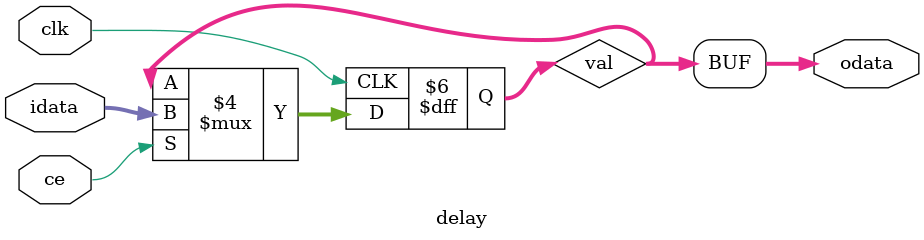
<source format=v>
`timescale 1ns / 1ps


module delay #(
    parameter NUM_OF_BITS=5
)
(
    input [NUM_OF_BITS-1:0]idata,
    input clk,
    input ce,
    output [NUM_OF_BITS-1:0]odata
);
 
reg [NUM_OF_BITS-1:0]val=0;
 
always @(posedge clk)
begin
    if(ce) val<=idata;
    else val<=val;
end

assign odata=val;

endmodule

</source>
